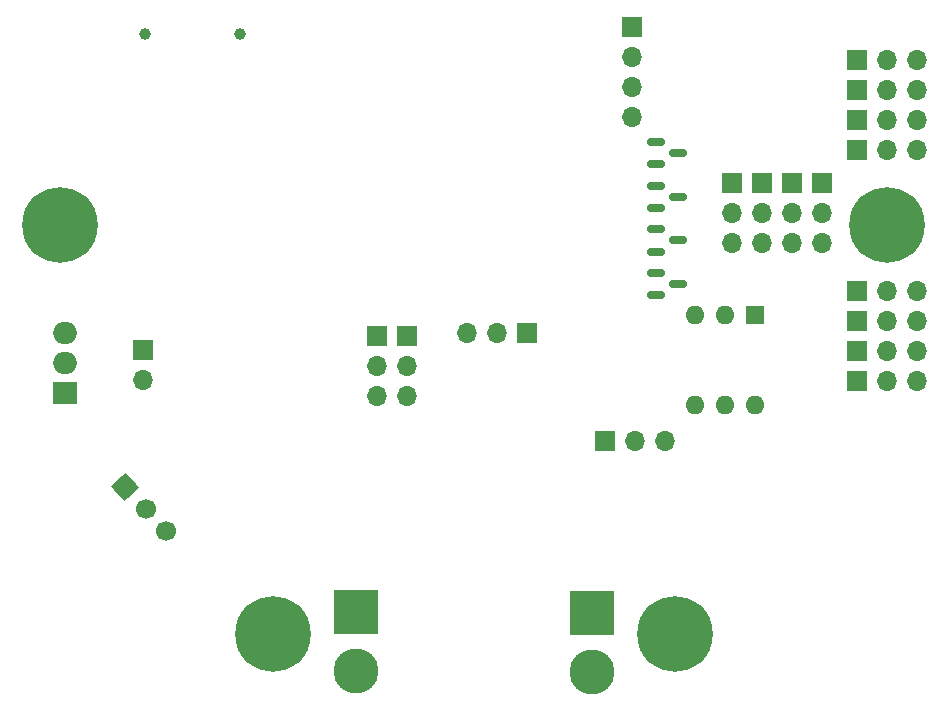
<source format=gbs>
G04 #@! TF.GenerationSoftware,KiCad,Pcbnew,7.0.1*
G04 #@! TF.CreationDate,2023-03-23T23:12:12+01:00*
G04 #@! TF.ProjectId,solarScavenger,736f6c61-7253-4636-9176-656e6765722e,rev?*
G04 #@! TF.SameCoordinates,Original*
G04 #@! TF.FileFunction,Soldermask,Bot*
G04 #@! TF.FilePolarity,Negative*
%FSLAX46Y46*%
G04 Gerber Fmt 4.6, Leading zero omitted, Abs format (unit mm)*
G04 Created by KiCad (PCBNEW 7.0.1) date 2023-03-23 23:12:12*
%MOMM*%
%LPD*%
G01*
G04 APERTURE LIST*
G04 Aperture macros list*
%AMRoundRect*
0 Rectangle with rounded corners*
0 $1 Rounding radius*
0 $2 $3 $4 $5 $6 $7 $8 $9 X,Y pos of 4 corners*
0 Add a 4 corners polygon primitive as box body*
4,1,4,$2,$3,$4,$5,$6,$7,$8,$9,$2,$3,0*
0 Add four circle primitives for the rounded corners*
1,1,$1+$1,$2,$3*
1,1,$1+$1,$4,$5*
1,1,$1+$1,$6,$7*
1,1,$1+$1,$8,$9*
0 Add four rect primitives between the rounded corners*
20,1,$1+$1,$2,$3,$4,$5,0*
20,1,$1+$1,$4,$5,$6,$7,0*
20,1,$1+$1,$6,$7,$8,$9,0*
20,1,$1+$1,$8,$9,$2,$3,0*%
%AMHorizOval*
0 Thick line with rounded ends*
0 $1 width*
0 $2 $3 position (X,Y) of the first rounded end (center of the circle)*
0 $4 $5 position (X,Y) of the second rounded end (center of the circle)*
0 Add line between two ends*
20,1,$1,$2,$3,$4,$5,0*
0 Add two circle primitives to create the rounded ends*
1,1,$1,$2,$3*
1,1,$1,$4,$5*%
%AMRotRect*
0 Rectangle, with rotation*
0 The origin of the aperture is its center*
0 $1 length*
0 $2 width*
0 $3 Rotation angle, in degrees counterclockwise*
0 Add horizontal line*
21,1,$1,$2,0,0,$3*%
G04 Aperture macros list end*
%ADD10R,1.700000X1.700000*%
%ADD11O,1.700000X1.700000*%
%ADD12R,3.800000X3.800000*%
%ADD13C,3.800000*%
%ADD14C,6.400000*%
%ADD15R,2.000000X1.905000*%
%ADD16O,2.000000X1.905000*%
%ADD17C,1.000000*%
%ADD18RotRect,1.700000X1.700000X43.600000*%
%ADD19HorizOval,1.700000X0.000000X0.000000X0.000000X0.000000X0*%
%ADD20R,1.600000X1.600000*%
%ADD21O,1.600000X1.600000*%
%ADD22RoundRect,0.150000X-0.587500X-0.150000X0.587500X-0.150000X0.587500X0.150000X-0.587500X0.150000X0*%
G04 APERTURE END LIST*
D10*
G04 #@! TO.C,J7*
X-40640000Y3810000D03*
D11*
X-40640000Y1270000D03*
X-40640000Y-1270000D03*
G04 #@! TD*
D10*
G04 #@! TO.C,JP1*
X-27940000Y4064000D03*
D11*
X-30480000Y4064000D03*
X-33020000Y4064000D03*
G04 #@! TD*
D12*
G04 #@! TO.C,J1*
X-22466000Y-19598000D03*
D13*
X-22466000Y-24598000D03*
G04 #@! TD*
D10*
G04 #@! TO.C,JP11*
X-2946400Y16789400D03*
D11*
X-2946400Y14249400D03*
X-2946400Y11709400D03*
G04 #@! TD*
D10*
G04 #@! TO.C,R5*
X-60502800Y2592000D03*
D11*
X-60502800Y52000D03*
G04 #@! TD*
D10*
G04 #@! TO.C,J8*
X-38100000Y3810000D03*
D11*
X-38100000Y1270000D03*
X-38100000Y-1270000D03*
G04 #@! TD*
D14*
G04 #@! TO.C,REF\u002A\u002A*
X-67466000Y13208000D03*
G04 #@! TD*
D15*
G04 #@! TO.C,U3*
X-67056000Y-1016000D03*
D16*
X-67056000Y1524000D03*
X-67056000Y4064000D03*
G04 #@! TD*
D14*
G04 #@! TO.C,REF\u002A\u002A*
X2534000Y13208000D03*
G04 #@! TD*
D10*
G04 #@! TO.C,J4*
X-21336000Y-5080000D03*
D11*
X-18796000Y-5080000D03*
X-16256000Y-5080000D03*
G04 #@! TD*
D17*
G04 #@! TO.C,J6*
X-52299000Y29408000D03*
X-60279000Y29408000D03*
G04 #@! TD*
D10*
G04 #@! TO.C,JP9*
X-5486400Y16789400D03*
D11*
X-5486400Y14249400D03*
X-5486400Y11709400D03*
G04 #@! TD*
D12*
G04 #@! TO.C,J5*
X-42466000Y-19518000D03*
D13*
X-42466000Y-24518000D03*
G04 #@! TD*
D10*
G04 #@! TO.C,J2*
X-19050000Y29972000D03*
D11*
X-19050000Y27432000D03*
X-19050000Y24892000D03*
X-19050000Y22352000D03*
G04 #@! TD*
D10*
G04 #@! TO.C,J21*
X0Y2540000D03*
D11*
X2540000Y2540000D03*
X5080000Y2540000D03*
G04 #@! TD*
D10*
G04 #@! TO.C,J20*
X0Y22098000D03*
D11*
X2540000Y22098000D03*
X5080000Y22098000D03*
G04 #@! TD*
D10*
G04 #@! TO.C,JP8*
X-10617200Y16789400D03*
D11*
X-10617200Y14249400D03*
X-10617200Y11709400D03*
G04 #@! TD*
D14*
G04 #@! TO.C,REF\u002A\u002A*
X-49466000Y-21452000D03*
G04 #@! TD*
D10*
G04 #@! TO.C,J18*
X0Y27178000D03*
D11*
X2540000Y27178000D03*
X5080000Y27178000D03*
G04 #@! TD*
D10*
G04 #@! TO.C,JP10*
X-8026400Y16789400D03*
D11*
X-8026400Y14249400D03*
X-8026400Y11709400D03*
G04 #@! TD*
D18*
G04 #@! TO.C,J3*
X-62000434Y-9006403D03*
D19*
X-60248800Y-10845800D03*
X-58497167Y-12685196D03*
G04 #@! TD*
D10*
G04 #@! TO.C,J22*
X0Y24638000D03*
D11*
X2540000Y24638000D03*
X5080000Y24638000D03*
G04 #@! TD*
D10*
G04 #@! TO.C,J23*
X0Y7620000D03*
D11*
X2540000Y7620000D03*
X5080000Y7620000D03*
G04 #@! TD*
D14*
G04 #@! TO.C,REF\u002A\u002A*
X-15466000Y-21452000D03*
G04 #@! TD*
D10*
G04 #@! TO.C,J17*
X0Y0D03*
D11*
X2540000Y0D03*
X5080000Y0D03*
G04 #@! TD*
D10*
G04 #@! TO.C,J24*
X0Y19558000D03*
D11*
X2540000Y19558000D03*
X5080000Y19558000D03*
G04 #@! TD*
D10*
G04 #@! TO.C,J19*
X15000Y5080000D03*
D11*
X2555000Y5080000D03*
X5095000Y5080000D03*
G04 #@! TD*
D20*
G04 #@! TO.C,U2*
X-8651000Y5578000D03*
D21*
X-11191000Y5578000D03*
X-13731000Y5578000D03*
X-13731000Y-2042000D03*
X-11191000Y-2042000D03*
X-8651000Y-2042000D03*
G04 #@! TD*
D22*
G04 #@! TO.C,Q4*
X-17013400Y14654066D03*
X-17013400Y16554066D03*
X-15138400Y15604066D03*
G04 #@! TD*
G04 #@! TO.C,Q5*
X-17013400Y10962600D03*
X-17013400Y12862600D03*
X-15138400Y11912600D03*
G04 #@! TD*
G04 #@! TO.C,Q6*
X-17013400Y18345532D03*
X-17013400Y20245532D03*
X-15138400Y19295532D03*
G04 #@! TD*
G04 #@! TO.C,Q2*
X-17013400Y7271132D03*
X-17013400Y9171132D03*
X-15138400Y8221132D03*
G04 #@! TD*
M02*

</source>
